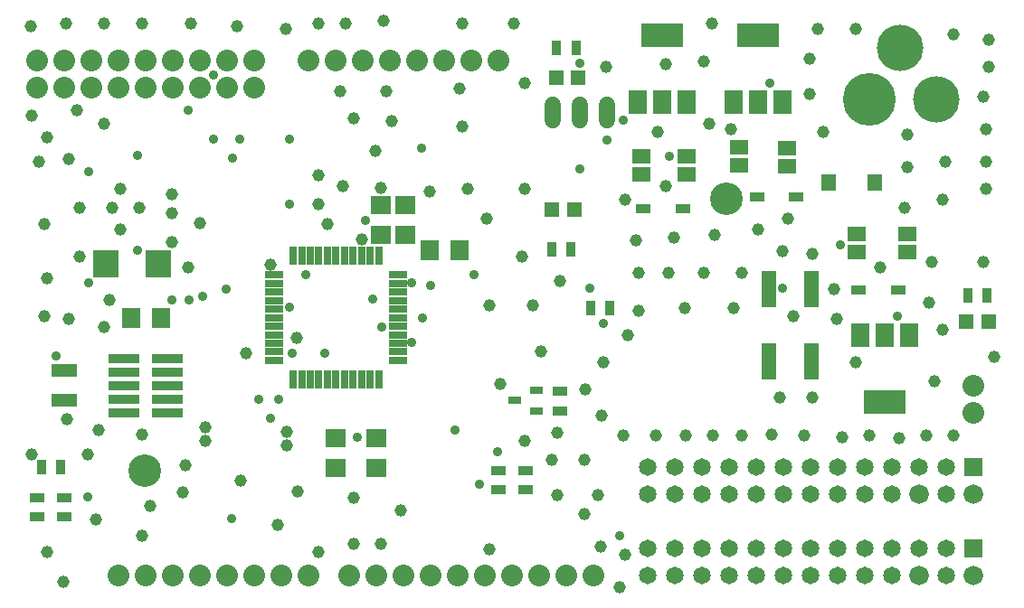
<source format=gts>
G75*
G70*
%OFA0B0*%
%FSLAX24Y24*%
%IPPOS*%
%LPD*%
%AMOC8*
5,1,8,0,0,1.08239X$1,22.5*
%
%ADD10R,0.0651X0.0257*%
%ADD11R,0.0257X0.0651*%
%ADD12R,0.0651X0.0651*%
%ADD13C,0.0720*%
%ADD14C,0.0651*%
%ADD15C,0.1202*%
%ADD16R,0.1160X0.0350*%
%ADD17R,0.0926X0.1005*%
%ADD18R,0.0690X0.0769*%
%ADD19R,0.0650X0.0850*%
%ADD20R,0.1560X0.0850*%
%ADD21C,0.0800*%
%ADD22R,0.0560X0.0639*%
%ADD23R,0.0651X0.0572*%
%ADD24R,0.0532X0.0375*%
%ADD25R,0.0375X0.0532*%
%ADD26R,0.0460X0.0310*%
%ADD27R,0.0532X0.1320*%
%ADD28R,0.0532X0.0532*%
%ADD29R,0.0454X0.0493*%
%ADD30R,0.0532X0.0336*%
%ADD31R,0.0769X0.0690*%
%ADD32C,0.0600*%
%ADD33C,0.1950*%
%ADD34C,0.1714*%
%ADD35C,0.0460*%
%ADD36C,0.0360*%
%ADD37C,0.0456*%
D10*
X010377Y011562D03*
X010377Y011877D03*
X010377Y012192D03*
X010377Y012507D03*
X010377Y012822D03*
X010377Y013137D03*
X010377Y013452D03*
X010377Y013767D03*
X010377Y014082D03*
X010377Y014397D03*
X010377Y014712D03*
X014943Y014712D03*
X014943Y014397D03*
X014943Y014082D03*
X014943Y013767D03*
X014943Y013452D03*
X014943Y013137D03*
X014943Y012822D03*
X014943Y012507D03*
X014943Y012192D03*
X014943Y011877D03*
X014943Y011562D03*
D11*
X014235Y010853D03*
X013920Y010853D03*
X013605Y010853D03*
X013290Y010853D03*
X012975Y010853D03*
X012660Y010853D03*
X012345Y010853D03*
X012030Y010853D03*
X011715Y010853D03*
X011400Y010853D03*
X011085Y010853D03*
X011085Y015420D03*
X011400Y015420D03*
X011715Y015420D03*
X012030Y015420D03*
X012345Y015420D03*
X012660Y015420D03*
X012975Y015420D03*
X013290Y015420D03*
X013605Y015420D03*
X013920Y015420D03*
X014235Y015420D03*
D12*
X036160Y007637D03*
X036160Y004637D03*
D13*
X036160Y003637D03*
X034160Y003637D03*
X034160Y006637D03*
X036160Y006637D03*
D14*
X035160Y006637D03*
X035160Y007637D03*
X034160Y007637D03*
X033160Y007637D03*
X032160Y007637D03*
X031160Y007637D03*
X030160Y007637D03*
X029160Y007637D03*
X028160Y007637D03*
X027160Y007637D03*
X026160Y007637D03*
X025160Y007637D03*
X024160Y007637D03*
X024160Y006637D03*
X025160Y006637D03*
X026160Y006637D03*
X027160Y006637D03*
X028160Y006637D03*
X029160Y006637D03*
X030160Y006637D03*
X031160Y006637D03*
X032160Y006637D03*
X033160Y006637D03*
X033160Y004637D03*
X032160Y004637D03*
X031160Y004637D03*
X030160Y004637D03*
X029160Y004637D03*
X028160Y004637D03*
X027160Y004637D03*
X026160Y004637D03*
X025160Y004637D03*
X024160Y004637D03*
X024160Y003637D03*
X025160Y003637D03*
X026160Y003637D03*
X027160Y003637D03*
X028160Y003637D03*
X029160Y003637D03*
X030160Y003637D03*
X031160Y003637D03*
X032160Y003637D03*
X033160Y003637D03*
X034160Y004637D03*
X035160Y004637D03*
X035160Y003637D03*
D15*
X027066Y017521D03*
X005609Y007481D03*
D16*
X004860Y009637D03*
X004860Y010137D03*
X004860Y010637D03*
X004860Y011137D03*
X004860Y011637D03*
X006460Y011637D03*
X006460Y011137D03*
X006460Y010637D03*
X006460Y010137D03*
X006460Y009637D03*
D17*
X006126Y015137D03*
X004194Y015137D03*
D18*
X005109Y013137D03*
X006211Y013137D03*
X016109Y015637D03*
X017211Y015637D03*
D19*
X023780Y021077D03*
X024680Y021077D03*
X025580Y021077D03*
X027310Y021077D03*
X028210Y021077D03*
X029110Y021077D03*
X031970Y012507D03*
X032870Y012507D03*
X033770Y012507D03*
D20*
X032880Y010027D03*
X028200Y023557D03*
X024670Y023557D03*
D21*
X018660Y022637D03*
X017660Y022637D03*
X016660Y022637D03*
X015660Y022637D03*
X014660Y022637D03*
X013660Y022637D03*
X012660Y022637D03*
X011660Y022637D03*
X009660Y022637D03*
X008660Y022637D03*
X007660Y022637D03*
X006660Y022637D03*
X005660Y022637D03*
X004660Y022637D03*
X003660Y022637D03*
X002660Y022637D03*
X001660Y022637D03*
X001660Y021637D03*
X002660Y021637D03*
X003660Y021637D03*
X004660Y021637D03*
X005660Y021637D03*
X006660Y021637D03*
X007660Y021637D03*
X008660Y021637D03*
X009660Y021637D03*
X036160Y010627D03*
X036160Y009627D03*
X022160Y003637D03*
X021160Y003637D03*
X020160Y003637D03*
X019160Y003637D03*
X018160Y003637D03*
X017160Y003637D03*
X016160Y003637D03*
X015160Y003637D03*
X014160Y003637D03*
X013160Y003637D03*
X011660Y003637D03*
X010660Y003637D03*
X009660Y003637D03*
X008660Y003637D03*
X007660Y003637D03*
X006660Y003637D03*
X005660Y003637D03*
X004660Y003637D03*
D22*
X030814Y018137D03*
X032506Y018137D03*
D23*
X031860Y016241D03*
X031860Y015572D03*
X033700Y015552D03*
X033700Y016221D03*
X029290Y018722D03*
X029290Y019391D03*
X027500Y019421D03*
X027500Y018752D03*
X025590Y018432D03*
X025590Y019101D03*
X023930Y019101D03*
X023930Y018432D03*
D24*
X020900Y010411D03*
X020900Y009702D03*
X019660Y007491D03*
X018660Y007491D03*
X018660Y006782D03*
X019660Y006782D03*
X002660Y006491D03*
X002660Y005782D03*
X001660Y005782D03*
X001660Y006491D03*
D25*
X001806Y007637D03*
X002514Y007637D03*
X020606Y015657D03*
X021314Y015657D03*
X022046Y013507D03*
X022754Y013507D03*
X035946Y013967D03*
X036654Y013967D03*
X021504Y023087D03*
X020796Y023087D03*
D26*
X020034Y010451D03*
X019246Y010077D03*
X020034Y009703D03*
D27*
X028603Y011528D03*
X030177Y011528D03*
X030177Y014205D03*
X028603Y014205D03*
D28*
X035877Y012987D03*
X036703Y012987D03*
X021433Y017127D03*
X020607Y017127D03*
X020767Y021997D03*
X021593Y021997D03*
D29*
X002896Y011188D03*
X002424Y011188D03*
X002424Y010086D03*
X002896Y010086D03*
D30*
X023992Y017167D03*
X025448Y017167D03*
X028172Y017597D03*
X029628Y017597D03*
X031932Y014157D03*
X033388Y014157D03*
D31*
X015210Y016186D03*
X014310Y016186D03*
X014310Y017288D03*
X015210Y017288D03*
X014160Y008688D03*
X012660Y008688D03*
X012660Y007586D03*
X014160Y007586D03*
D32*
X020640Y020437D02*
X020640Y020977D01*
X021640Y020977D02*
X021640Y020437D01*
X022640Y020437D02*
X022640Y020977D01*
D33*
X032316Y021207D03*
D34*
X034776Y021207D03*
X033438Y023097D03*
D35*
X012910Y017987D03*
X012010Y018387D03*
X012010Y017337D03*
X012360Y016587D03*
X007660Y016637D03*
X006610Y016987D03*
X006610Y017687D03*
X006610Y015937D03*
X011210Y012387D03*
X007860Y009087D03*
X007860Y008587D03*
X009160Y007137D03*
X011260Y006737D03*
X010510Y005487D03*
X012010Y004487D03*
X014310Y004787D03*
X015060Y006037D03*
X010860Y008437D03*
X010860Y008937D03*
X005510Y008837D03*
X002760Y009387D03*
X001460Y008087D03*
X001460Y020587D03*
D36*
X003560Y018537D03*
X005360Y019137D03*
X008160Y019737D03*
X009110Y019737D03*
X008860Y019037D03*
X010960Y019737D03*
X008160Y022087D03*
X007210Y020787D03*
X010960Y017337D03*
X013760Y016737D03*
X011560Y014737D03*
X010960Y013537D03*
X008610Y014187D03*
X007760Y013937D03*
X007260Y013787D03*
X006610Y013787D03*
X003560Y014437D03*
X005360Y015637D03*
X002360Y011737D03*
X009810Y010137D03*
X010560Y010137D03*
X010260Y009437D03*
X013460Y008737D03*
X017060Y008987D03*
X018610Y008187D03*
X017960Y006987D03*
X023110Y005087D03*
X012260Y011837D03*
X011060Y011837D03*
X014360Y012787D03*
X015460Y012237D03*
X015860Y013137D03*
X016160Y014337D03*
X015460Y014437D03*
X014010Y013837D03*
X017760Y014737D03*
X022010Y014237D03*
X022510Y012937D03*
X029110Y014237D03*
X031260Y015837D03*
X033360Y013187D03*
X024960Y019087D03*
X022660Y019687D03*
X023260Y020437D03*
X021660Y018637D03*
X015810Y019387D03*
X021660Y022537D03*
X028660Y021787D03*
X003510Y006537D03*
X008810Y005737D03*
D37*
X002610Y003387D03*
X002010Y004487D03*
X003810Y005687D03*
X005510Y005087D03*
X005810Y006187D03*
X007010Y006687D03*
X007110Y007687D03*
X003910Y008987D03*
X003510Y008087D03*
X009360Y011837D03*
X004110Y012787D03*
X002810Y013087D03*
X001910Y013187D03*
X002010Y014587D03*
X003210Y015387D03*
X001910Y016587D03*
X003210Y017187D03*
X004410Y017187D03*
X004710Y017887D03*
X005410Y017187D03*
X004710Y016387D03*
X007210Y014987D03*
X010260Y015087D03*
X013610Y016037D03*
X016110Y017787D03*
X017510Y017887D03*
X018210Y016787D03*
X019610Y017887D03*
X019510Y015387D03*
X020910Y014487D03*
X019910Y013587D03*
X018310Y013587D03*
X020210Y011887D03*
X018710Y010687D03*
X020810Y008887D03*
X019610Y008587D03*
X020610Y007887D03*
X021810Y007887D03*
X023260Y008787D03*
X022460Y009537D03*
X021860Y010487D03*
X022510Y011487D03*
X023410Y012487D03*
X023810Y013387D03*
X025510Y013487D03*
X027310Y013487D03*
X027610Y014787D03*
X029110Y015587D03*
X030210Y015487D03*
X031010Y014187D03*
X029510Y013187D03*
X031110Y013087D03*
X031810Y011487D03*
X030210Y010187D03*
X029010Y010187D03*
X028710Y008837D03*
X027610Y008787D03*
X026560Y008787D03*
X025560Y008787D03*
X024460Y008787D03*
X022310Y006587D03*
X021810Y005887D03*
X020810Y006587D03*
X022410Y004687D03*
X023310Y004387D03*
X023110Y003187D03*
X018310Y004587D03*
X013310Y004787D03*
X013310Y006487D03*
X004310Y013787D03*
X001710Y018887D03*
X002810Y018987D03*
X002010Y019787D03*
X003110Y020787D03*
X004110Y020287D03*
X001410Y023887D03*
X002710Y023987D03*
X004110Y023987D03*
X005510Y023987D03*
X007310Y023987D03*
X009010Y023887D03*
X010810Y023787D03*
X012010Y023987D03*
X013010Y023987D03*
X014410Y024087D03*
X017310Y023987D03*
X019210Y023987D03*
X022610Y022387D03*
X024810Y022487D03*
X026210Y022587D03*
X026510Y023987D03*
X030110Y022687D03*
X030410Y023787D03*
X031810Y023787D03*
X035410Y023587D03*
X036710Y023387D03*
X036710Y022387D03*
X036510Y021287D03*
X036610Y020087D03*
X036610Y018887D03*
X035110Y018887D03*
X033710Y018687D03*
X033710Y019887D03*
X030610Y019987D03*
X030110Y021387D03*
X027210Y020087D03*
X026410Y020287D03*
X024510Y019987D03*
X024810Y017987D03*
X023310Y017487D03*
X023710Y015987D03*
X025110Y016087D03*
X026610Y016187D03*
X028210Y016387D03*
X029310Y016787D03*
X026210Y014787D03*
X024910Y014787D03*
X023810Y014787D03*
X032710Y014987D03*
X034610Y015187D03*
X036510Y015187D03*
X034510Y013687D03*
X035010Y012687D03*
X036910Y011687D03*
X034710Y010787D03*
X034410Y008787D03*
X033410Y008687D03*
X032310Y008787D03*
X031310Y008737D03*
X029910Y008787D03*
X035410Y008787D03*
X033610Y017187D03*
X035010Y017487D03*
X036610Y017887D03*
X019610Y021787D03*
X017210Y021587D03*
X017310Y020187D03*
X014710Y020387D03*
X014110Y019287D03*
X014310Y017937D03*
X013310Y020487D03*
X012810Y021487D03*
X014510Y021487D03*
M02*

</source>
